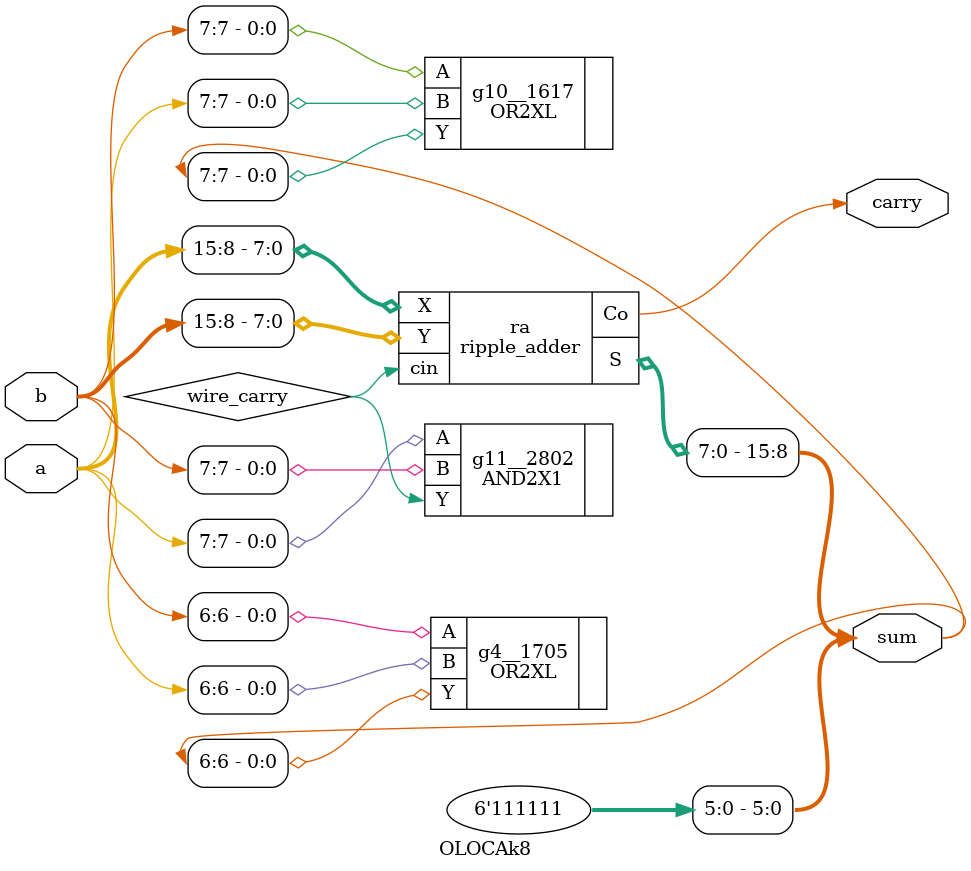
<source format=v>


// Verification Directory fv/OLOCAk8 

module fulladder(X, Y, Ci, S, Co);
  input X, Y, Ci;
  output S, Co;
  wire X, Y, Ci;
  wire S, Co;
  ADDFX1 g66__2398(.A (X), .B (Y), .CI (Ci), .CO (Co), .S (S));
endmodule

module fulladder_14(X, Y, Ci, S, Co);
  input X, Y, Ci;
  output S, Co;
  wire X, Y, Ci;
  wire S, Co;
  ADDFX1 g66__5107(.A (X), .B (Y), .CI (Ci), .CO (Co), .S (S));
endmodule

module fulladder_13(X, Y, Ci, S, Co);
  input X, Y, Ci;
  output S, Co;
  wire X, Y, Ci;
  wire S, Co;
  ADDFX1 g66__6260(.A (X), .B (Y), .CI (Ci), .CO (Co), .S (S));
endmodule

module fulladder_12(X, Y, Ci, S, Co);
  input X, Y, Ci;
  output S, Co;
  wire X, Y, Ci;
  wire S, Co;
  ADDFX1 g66__4319(.A (X), .B (Y), .CI (Ci), .CO (Co), .S (S));
endmodule

module fulladder_11(X, Y, Ci, S, Co);
  input X, Y, Ci;
  output S, Co;
  wire X, Y, Ci;
  wire S, Co;
  ADDFX1 g66__8428(.A (X), .B (Y), .CI (Ci), .CO (Co), .S (S));
endmodule

module fulladder_10(X, Y, Ci, S, Co);
  input X, Y, Ci;
  output S, Co;
  wire X, Y, Ci;
  wire S, Co;
  ADDFX1 g66__5526(.A (X), .B (Y), .CI (Ci), .CO (Co), .S (S));
endmodule

module fulladder_9(X, Y, Ci, S, Co);
  input X, Y, Ci;
  output S, Co;
  wire X, Y, Ci;
  wire S, Co;
  ADDFX1 g66__6783(.A (X), .B (Y), .CI (Ci), .CO (Co), .S (S));
endmodule

module fulladder_8(X, Y, Ci, S, Co);
  input X, Y, Ci;
  output S, Co;
  wire X, Y, Ci;
  wire S, Co;
  ADDFX1 g66__3680(.A (X), .B (Y), .CI (Ci), .CO (Co), .S (S));
endmodule

module ripple_adder(X, Y, cin, S, Co);
  input [7:0] X, Y;
  input cin;
  output [7:0] S;
  output Co;
  wire [7:0] X, Y;
  wire cin;
  wire [7:0] S;
  wire Co;
  wire w1, w2, w3, w4, w5, w6, w7;
  fulladder u1(X[0], Y[0], cin, S[0], w1);
  fulladder_14 u2(X[1], Y[1], w1, S[1], w2);
  fulladder_13 u3(X[2], Y[2], w2, S[2], w3);
  fulladder_12 u4(X[3], Y[3], w3, S[3], w4);
  fulladder_11 u5(X[4], Y[4], w4, S[4], w5);
  fulladder_10 u6(X[5], Y[5], w5, S[5], w6);
  fulladder_9 u7(X[6], Y[6], w6, S[6], w7);
  fulladder_8 u8(X[7], Y[7], w7, S[7], Co);
endmodule

module OLOCAk8(a, b, sum, carry);
  input [15:0] a, b;
  output [15:0] sum;
  output carry;
  wire [15:0] a, b;
  wire [15:0] sum;
  wire carry;
  wire wire_carry;
  assign sum[0] = 1'b1;
  assign sum[1] = 1'b1;
  assign sum[2] = 1'b1;
  assign sum[3] = 1'b1;
  assign sum[4] = 1'b1;
  assign sum[5] = 1'b1;
  ripple_adder ra(a[15:8], b[15:8], wire_carry, sum[15:8], carry);
  OR2XL g10__1617(.A (b[7]), .B (a[7]), .Y (sum[7]));
  AND2X1 g11__2802(.A (a[7]), .B (b[7]), .Y (wire_carry));
  OR2XL g4__1705(.A (b[6]), .B (a[6]), .Y (sum[6]));
endmodule


</source>
